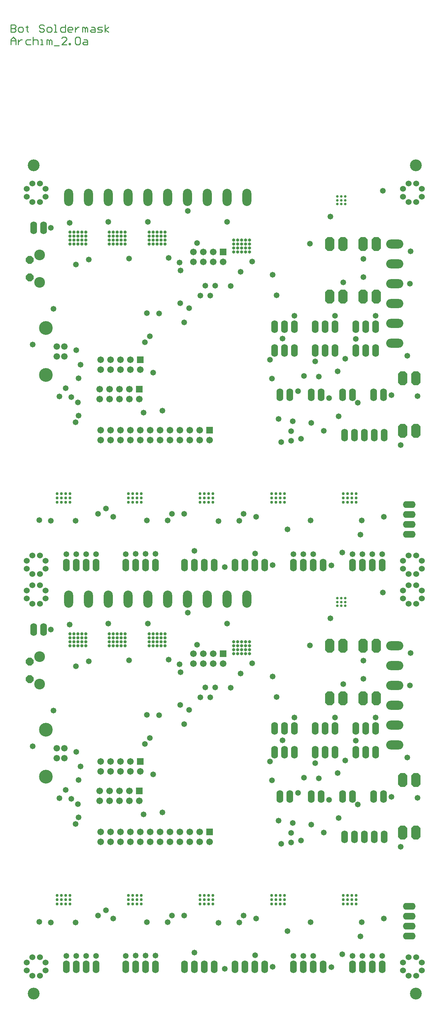
<source format=gbs>
G04 Layer_Color=16711935*
%FSLAX25Y25*%
%MOIN*%
G70*
G01*
G75*
%ADD12C,0.01000*%
%ADD40C,0.06000*%
%ADD107C,0.05800*%
%ADD109C,0.03000*%
G04:AMPARAMS|DCode=223|XSize=118.74mil|YSize=118.74mil|CornerRadius=59.37mil|HoleSize=0mil|Usage=FLASHONLY|Rotation=90.000|XOffset=0mil|YOffset=0mil|HoleType=Round|Shape=RoundedRectangle|*
%AMROUNDEDRECTD223*
21,1,0.11874,0.00000,0,0,90.0*
21,1,0.00000,0.11874,0,0,90.0*
1,1,0.11874,0.00000,0.00000*
1,1,0.11874,0.00000,0.00000*
1,1,0.11874,0.00000,0.00000*
1,1,0.11874,0.00000,0.00000*
%
%ADD223ROUNDEDRECTD223*%
%ADD287C,0.00400*%
%ADD288R,0.06706X0.06706*%
%ADD289C,0.06706*%
%ADD290O,0.06800X0.12800*%
%ADD291O,0.17300X0.09050*%
%ADD292O,0.12800X0.06800*%
G04:AMPARAMS|DCode=293|XSize=141mil|YSize=91mil|CornerRadius=0mil|HoleSize=0mil|Usage=FLASHONLY|Rotation=270.000|XOffset=0mil|YOffset=0mil|HoleType=Round|Shape=Octagon|*
%AMOCTAGOND293*
4,1,8,-0.02275,-0.07050,0.02275,-0.07050,0.04550,-0.04775,0.04550,0.04775,0.02275,0.07050,-0.02275,0.07050,-0.04550,0.04775,-0.04550,-0.04775,-0.02275,-0.07050,0.0*
%
%ADD293OCTAGOND293*%

%ADD294O,0.09050X0.17300*%
%ADD295P,0.08443X8X292.5*%
%ADD296C,0.10800*%
%ADD297C,0.06600*%
%ADD298C,0.13850*%
%ADD299C,0.02600*%
%ADD300C,0.03300*%
G54D12*
X14869Y989837D02*
Y982340D01*
X18618D01*
X19868Y983589D01*
Y984839D01*
X18618Y986089D01*
X14869D01*
X18618D01*
X19868Y987338D01*
Y988588D01*
X18618Y989837D01*
X14869D01*
X23617Y982340D02*
X26116D01*
X27365Y983589D01*
Y986089D01*
X26116Y987338D01*
X23617D01*
X22367Y986089D01*
Y983589D01*
X23617Y982340D01*
X31114Y988588D02*
Y987338D01*
X29865D01*
X32364D01*
X31114D01*
Y983589D01*
X32364Y982340D01*
X48608Y988588D02*
X47359Y989837D01*
X44860D01*
X43610Y988588D01*
Y987338D01*
X44860Y986089D01*
X47359D01*
X48608Y984839D01*
Y983589D01*
X47359Y982340D01*
X44860D01*
X43610Y983589D01*
X52357Y982340D02*
X54856D01*
X56106Y983589D01*
Y986089D01*
X54856Y987338D01*
X52357D01*
X51108Y986089D01*
Y983589D01*
X52357Y982340D01*
X58605D02*
X61105D01*
X59855D01*
Y989837D01*
X58605D01*
X69852D02*
Y982340D01*
X66103D01*
X64853Y983589D01*
Y986089D01*
X66103Y987338D01*
X69852D01*
X76100Y982340D02*
X73601D01*
X72351Y983589D01*
Y986089D01*
X73601Y987338D01*
X76100D01*
X77349Y986089D01*
Y984839D01*
X72351D01*
X79848Y987338D02*
Y982340D01*
Y984839D01*
X81098Y986089D01*
X82348Y987338D01*
X83597D01*
X87346Y982340D02*
Y987338D01*
X88596D01*
X89845Y986089D01*
Y982340D01*
Y986089D01*
X91095Y987338D01*
X92344Y986089D01*
Y982340D01*
X96093Y987338D02*
X98592D01*
X99842Y986089D01*
Y982340D01*
X96093D01*
X94844Y983589D01*
X96093Y984839D01*
X99842D01*
X102341Y982340D02*
X106090D01*
X107340Y983589D01*
X106090Y984839D01*
X103591D01*
X102341Y986089D01*
X103591Y987338D01*
X107340D01*
X109839Y982340D02*
Y989837D01*
Y984839D02*
X113588Y987338D01*
X109839Y984839D02*
X113588Y982340D01*
X14869Y969840D02*
Y974838D01*
X17369Y977337D01*
X19868Y974838D01*
Y969840D01*
Y973589D01*
X14869D01*
X22367Y974838D02*
Y969840D01*
Y972339D01*
X23617Y973589D01*
X24866Y974838D01*
X26116D01*
X34863D02*
X31114D01*
X29865Y973589D01*
Y971089D01*
X31114Y969840D01*
X34863D01*
X37362Y977337D02*
Y969840D01*
Y973589D01*
X38612Y974838D01*
X41111D01*
X42360Y973589D01*
Y969840D01*
X44860D02*
X47359D01*
X46109D01*
Y974838D01*
X44860D01*
X51108Y969840D02*
Y974838D01*
X52357D01*
X53607Y973589D01*
Y969840D01*
Y973589D01*
X54856Y974838D01*
X56106Y973589D01*
Y969840D01*
X58605Y968590D02*
X63604D01*
X71101Y969840D02*
X66103D01*
X71101Y974838D01*
Y976088D01*
X69852Y977337D01*
X67352D01*
X66103Y976088D01*
X73601Y969840D02*
Y971089D01*
X74850D01*
Y969840D01*
X73601D01*
X79848Y976088D02*
X81098Y977337D01*
X83597D01*
X84847Y976088D01*
Y971089D01*
X83597Y969840D01*
X81098D01*
X79848Y971089D01*
Y976088D01*
X88596Y974838D02*
X91095D01*
X92344Y973589D01*
Y969840D01*
X88596D01*
X87346Y971089D01*
X88596Y972339D01*
X92344D01*
G54D40*
X424331Y30945D02*
D03*
X416457D02*
D03*
X410945Y36457D02*
D03*
Y44331D02*
D03*
X416457Y49843D02*
D03*
X424331D02*
D03*
X429843Y44331D02*
D03*
Y36457D02*
D03*
X44331Y30945D02*
D03*
X36457D02*
D03*
X30945Y36457D02*
D03*
Y44331D02*
D03*
X36457Y49843D02*
D03*
X44331D02*
D03*
X49843Y44331D02*
D03*
Y36457D02*
D03*
X424331Y405945D02*
D03*
X416457D02*
D03*
X410945Y411457D02*
D03*
Y419331D02*
D03*
X416457Y424843D02*
D03*
X424331D02*
D03*
X429843Y419331D02*
D03*
Y411457D02*
D03*
X44331Y405945D02*
D03*
X36457D02*
D03*
X30945Y411457D02*
D03*
Y419331D02*
D03*
X36457Y424843D02*
D03*
X44331D02*
D03*
X49843Y419331D02*
D03*
Y411457D02*
D03*
X424331Y435945D02*
D03*
X416457D02*
D03*
X410945Y441457D02*
D03*
Y449331D02*
D03*
X416457Y454843D02*
D03*
X424331D02*
D03*
X429843Y449331D02*
D03*
Y441457D02*
D03*
X44331Y435945D02*
D03*
X36457D02*
D03*
X30945Y441457D02*
D03*
Y449331D02*
D03*
X36457Y454843D02*
D03*
X44331D02*
D03*
X49843Y449331D02*
D03*
Y441457D02*
D03*
X424331Y810945D02*
D03*
X416457D02*
D03*
X410945Y816457D02*
D03*
Y824331D02*
D03*
X416457Y829842D02*
D03*
X424331D02*
D03*
X429843Y824331D02*
D03*
Y816457D02*
D03*
X44331Y810945D02*
D03*
X36457D02*
D03*
X30945Y816457D02*
D03*
Y824331D02*
D03*
X36457Y829842D02*
D03*
X44331D02*
D03*
X49843Y824331D02*
D03*
Y816457D02*
D03*
G54D107*
X301083Y291535D02*
D03*
X276673Y247047D02*
D03*
X342224Y291535D02*
D03*
X322146Y245276D02*
D03*
X383169Y291535D02*
D03*
X363189Y268012D02*
D03*
X359842Y51181D02*
D03*
X289320Y268438D02*
D03*
X57977Y298222D02*
D03*
X80730Y343089D02*
D03*
X93594Y348149D02*
D03*
X134240Y349003D02*
D03*
X174261Y349621D02*
D03*
X185375Y344918D02*
D03*
X186175Y336923D02*
D03*
X152281Y293897D02*
D03*
X164413Y293690D02*
D03*
X202868Y364819D02*
D03*
X236830Y321511D02*
D03*
X185927Y303907D02*
D03*
X194744Y298882D02*
D03*
X155080Y270862D02*
D03*
X150391Y264700D02*
D03*
X85219Y242131D02*
D03*
X70276Y218209D02*
D03*
X63878Y210039D02*
D03*
X80118Y183957D02*
D03*
X82579Y204134D02*
D03*
X83366Y228248D02*
D03*
X158558Y234110D02*
D03*
X278488Y227925D02*
D03*
X310921Y230592D02*
D03*
X325932Y230006D02*
D03*
X345050Y235282D02*
D03*
X352570Y248003D02*
D03*
X399194Y211394D02*
D03*
X83268Y190748D02*
D03*
X75886Y209449D02*
D03*
X167833Y195627D02*
D03*
X148880Y193661D02*
D03*
X304994Y215394D02*
D03*
X336394Y208494D02*
D03*
X365158Y203839D02*
D03*
X297894Y165394D02*
D03*
X318332Y183415D02*
D03*
X299568Y184917D02*
D03*
X297894Y175094D02*
D03*
X307894Y167294D02*
D03*
X345965Y189961D02*
D03*
X249803Y91732D02*
D03*
X262697Y88681D02*
D03*
X294193Y76083D02*
D03*
X317717Y85039D02*
D03*
X177559Y91732D02*
D03*
X190059D02*
D03*
X224705Y84449D02*
D03*
X245571Y84646D02*
D03*
X110925Y96949D02*
D03*
X118307Y88681D02*
D03*
X152165Y85138D02*
D03*
X173130D02*
D03*
X43406Y85532D02*
D03*
X55315Y84842D02*
D03*
X80216Y84547D02*
D03*
X102756Y91831D02*
D03*
X70901Y51149D02*
D03*
X80905Y51120D02*
D03*
X90895Y51100D02*
D03*
X100914Y51134D02*
D03*
X130909Y51162D02*
D03*
X140838Y51252D02*
D03*
X150944Y51241D02*
D03*
X160908Y51227D02*
D03*
X206294Y311694D02*
D03*
X211294Y321694D02*
D03*
X216294Y311694D02*
D03*
X221194Y321694D02*
D03*
X189994Y284694D02*
D03*
X283294Y312154D02*
D03*
X285275Y187397D02*
D03*
X261417Y51772D02*
D03*
X279134Y39961D02*
D03*
X200295Y54528D02*
D03*
X230906Y38091D02*
D03*
X418694Y356494D02*
D03*
X233294Y385994D02*
D03*
X153094D02*
D03*
X113394D02*
D03*
X74394Y384894D02*
D03*
X330906Y175492D02*
D03*
X287894Y163912D02*
D03*
X390501Y417476D02*
D03*
X279194Y332794D02*
D03*
X55294Y379894D02*
D03*
X316794Y363894D02*
D03*
X415094Y251094D02*
D03*
X408699Y161069D02*
D03*
X193494Y396894D02*
D03*
X80807Y256791D02*
D03*
X36770Y262492D02*
D03*
X425494Y210394D02*
D03*
X337494Y391494D02*
D03*
X417794Y323594D02*
D03*
X370794Y330294D02*
D03*
X350594Y324994D02*
D03*
X370794Y348794D02*
D03*
X300390Y50975D02*
D03*
X310394Y51084D02*
D03*
X320387Y51174D02*
D03*
X338583Y39862D02*
D03*
X349508Y52854D02*
D03*
X367913Y70866D02*
D03*
X369390Y84941D02*
D03*
X391634Y88681D02*
D03*
X369907Y51142D02*
D03*
X379891Y51113D02*
D03*
X389896Y51143D02*
D03*
X247036Y335621D02*
D03*
X258414Y346157D02*
D03*
X301083Y696535D02*
D03*
X276673Y652047D02*
D03*
X342224Y696535D02*
D03*
X322146Y650276D02*
D03*
X383169Y696535D02*
D03*
X363189Y673012D02*
D03*
X359842Y456181D02*
D03*
X289320Y673438D02*
D03*
X57977Y703222D02*
D03*
X80730Y748089D02*
D03*
X93594Y753149D02*
D03*
X134240Y754003D02*
D03*
X174261Y754621D02*
D03*
X185375Y749918D02*
D03*
X186175Y741923D02*
D03*
X152281Y698897D02*
D03*
X164413Y698690D02*
D03*
X202868Y769819D02*
D03*
X236830Y726510D02*
D03*
X185927Y708907D02*
D03*
X194744Y703882D02*
D03*
X155080Y675862D02*
D03*
X150391Y669700D02*
D03*
X85219Y647131D02*
D03*
X70276Y623209D02*
D03*
X63878Y615039D02*
D03*
X80118Y588957D02*
D03*
X82579Y609134D02*
D03*
X83366Y633248D02*
D03*
X158558Y639110D02*
D03*
X278488Y632926D02*
D03*
X310921Y635592D02*
D03*
X325932Y635006D02*
D03*
X345050Y640282D02*
D03*
X352570Y653003D02*
D03*
X399194Y616394D02*
D03*
X83268Y595748D02*
D03*
X75886Y614449D02*
D03*
X167833Y600627D02*
D03*
X148880Y598661D02*
D03*
X304994Y620394D02*
D03*
X336394Y613494D02*
D03*
X365158Y608839D02*
D03*
X297894Y570394D02*
D03*
X318332Y588415D02*
D03*
X299568Y589917D02*
D03*
X297894Y580094D02*
D03*
X307894Y572294D02*
D03*
X345965Y594961D02*
D03*
X249803Y496732D02*
D03*
X262697Y493681D02*
D03*
X294193Y481083D02*
D03*
X317717Y490039D02*
D03*
X177559Y496732D02*
D03*
X190059D02*
D03*
X224705Y489449D02*
D03*
X245571Y489646D02*
D03*
X110925Y501949D02*
D03*
X118307Y493681D02*
D03*
X152165Y490138D02*
D03*
X173130D02*
D03*
X43406Y490531D02*
D03*
X55315Y489843D02*
D03*
X80216Y489547D02*
D03*
X102756Y496831D02*
D03*
X70901Y456149D02*
D03*
X80905Y456119D02*
D03*
X90895Y456101D02*
D03*
X100914Y456134D02*
D03*
X130909Y456162D02*
D03*
X140838Y456252D02*
D03*
X150944Y456241D02*
D03*
X160908Y456227D02*
D03*
X206294Y716694D02*
D03*
X211294Y726694D02*
D03*
X216294Y716694D02*
D03*
X221194Y726694D02*
D03*
X189994Y689694D02*
D03*
X283294Y717154D02*
D03*
X285275Y592397D02*
D03*
X261417Y456772D02*
D03*
X279134Y444961D02*
D03*
X200295Y459528D02*
D03*
X230906Y443090D02*
D03*
X418694Y761494D02*
D03*
X233294Y790994D02*
D03*
X153094D02*
D03*
X113394D02*
D03*
X74394Y789894D02*
D03*
X330906Y580492D02*
D03*
X287894Y568912D02*
D03*
X390501Y822476D02*
D03*
X279194Y737794D02*
D03*
X55294Y784894D02*
D03*
X316794Y768894D02*
D03*
X415094Y656094D02*
D03*
X408699Y566069D02*
D03*
X193494Y801894D02*
D03*
X80807Y661791D02*
D03*
X36770Y667492D02*
D03*
X425494Y615394D02*
D03*
X337494Y796494D02*
D03*
X417794Y728594D02*
D03*
X370794Y735294D02*
D03*
X350594Y729994D02*
D03*
X370794Y753794D02*
D03*
X300390Y455975D02*
D03*
X310394Y456084D02*
D03*
X320387Y456174D02*
D03*
X338583Y444862D02*
D03*
X349508Y457854D02*
D03*
X367913Y475866D02*
D03*
X369390Y489941D02*
D03*
X391634Y493681D02*
D03*
X369907Y456142D02*
D03*
X379891Y456113D02*
D03*
X389896Y456143D02*
D03*
X247036Y740621D02*
D03*
X258414Y751157D02*
D03*
G54D109*
X205970Y107658D02*
D03*
Y111988D02*
D03*
X210301Y103327D02*
D03*
Y107658D02*
D03*
Y111988D02*
D03*
X214632Y103327D02*
D03*
Y107658D02*
D03*
Y111988D02*
D03*
X218962Y103327D02*
D03*
Y107658D02*
D03*
Y111988D02*
D03*
X205970Y103327D02*
D03*
X133726Y107658D02*
D03*
Y111988D02*
D03*
X138057Y103327D02*
D03*
Y107658D02*
D03*
Y111988D02*
D03*
X142387Y103327D02*
D03*
Y107658D02*
D03*
Y111988D02*
D03*
X146718Y103327D02*
D03*
Y107658D02*
D03*
Y111988D02*
D03*
X133726Y103327D02*
D03*
X61482Y107658D02*
D03*
Y111988D02*
D03*
X65813Y103327D02*
D03*
Y107658D02*
D03*
Y111988D02*
D03*
X70143Y103327D02*
D03*
Y107658D02*
D03*
Y111988D02*
D03*
X74474Y103327D02*
D03*
Y107658D02*
D03*
Y111988D02*
D03*
X61482Y103327D02*
D03*
X350458Y107658D02*
D03*
Y111988D02*
D03*
X354789Y103327D02*
D03*
Y107658D02*
D03*
Y111988D02*
D03*
X359120Y103327D02*
D03*
Y107658D02*
D03*
Y111988D02*
D03*
X363450Y103327D02*
D03*
Y107658D02*
D03*
Y111988D02*
D03*
X350458Y103327D02*
D03*
X278214Y107658D02*
D03*
Y111988D02*
D03*
X282545Y103327D02*
D03*
Y107658D02*
D03*
Y111988D02*
D03*
X286876Y103327D02*
D03*
Y107658D02*
D03*
Y111988D02*
D03*
X291206Y103327D02*
D03*
Y107658D02*
D03*
Y111988D02*
D03*
X278214Y103327D02*
D03*
X205970Y512658D02*
D03*
Y516988D02*
D03*
X210301Y508327D02*
D03*
Y512658D02*
D03*
Y516988D02*
D03*
X214632Y508327D02*
D03*
Y512658D02*
D03*
Y516988D02*
D03*
X218962Y508327D02*
D03*
Y512658D02*
D03*
Y516988D02*
D03*
X205970Y508327D02*
D03*
X133726Y512658D02*
D03*
Y516988D02*
D03*
X138057Y508327D02*
D03*
Y512658D02*
D03*
Y516988D02*
D03*
X142387Y508327D02*
D03*
Y512658D02*
D03*
Y516988D02*
D03*
X146718Y508327D02*
D03*
Y512658D02*
D03*
Y516988D02*
D03*
X133726Y508327D02*
D03*
X61482Y512658D02*
D03*
Y516988D02*
D03*
X65813Y508327D02*
D03*
Y512658D02*
D03*
Y516988D02*
D03*
X70143Y508327D02*
D03*
Y512658D02*
D03*
Y516988D02*
D03*
X74474Y508327D02*
D03*
Y512658D02*
D03*
Y516988D02*
D03*
X61482Y508327D02*
D03*
X350458Y512658D02*
D03*
Y516988D02*
D03*
X354789Y508327D02*
D03*
Y512658D02*
D03*
Y516988D02*
D03*
X359120Y508327D02*
D03*
Y512658D02*
D03*
Y516988D02*
D03*
X363450Y508327D02*
D03*
Y512658D02*
D03*
Y516988D02*
D03*
X350458Y508327D02*
D03*
X278214Y512658D02*
D03*
Y516988D02*
D03*
X282545Y508327D02*
D03*
Y512658D02*
D03*
Y516988D02*
D03*
X286876Y508327D02*
D03*
Y512658D02*
D03*
Y516988D02*
D03*
X291206Y508327D02*
D03*
Y512658D02*
D03*
Y516988D02*
D03*
X278214Y508327D02*
D03*
G54D223*
X37894Y847974D02*
D03*
X423780D02*
D03*
Y13189D02*
D03*
X37894Y12894D02*
D03*
G54D287*
X38386Y212205D02*
D03*
Y180709D02*
D03*
Y617205D02*
D03*
Y585709D02*
D03*
G54D288*
X145494Y246894D02*
D03*
X144694Y217394D02*
D03*
X215494Y175994D02*
D03*
X229194Y355694D02*
D03*
X145494Y651894D02*
D03*
X144694Y622394D02*
D03*
X215494Y580994D02*
D03*
X229194Y760694D02*
D03*
G54D289*
X145494Y236894D02*
D03*
X135494Y246894D02*
D03*
Y236894D02*
D03*
X125494Y246894D02*
D03*
Y236894D02*
D03*
X115494Y246894D02*
D03*
Y236894D02*
D03*
X105494Y246894D02*
D03*
Y236894D02*
D03*
X144694Y207394D02*
D03*
X134694Y217394D02*
D03*
Y207394D02*
D03*
X124694Y217394D02*
D03*
Y207394D02*
D03*
X114694Y217394D02*
D03*
Y207394D02*
D03*
X104694Y217394D02*
D03*
Y207394D02*
D03*
X105494Y165994D02*
D03*
Y175994D02*
D03*
X115494Y165994D02*
D03*
Y175994D02*
D03*
X125494Y165994D02*
D03*
Y175994D02*
D03*
X135494Y165994D02*
D03*
Y175994D02*
D03*
X145494Y165994D02*
D03*
Y175994D02*
D03*
X155494Y165994D02*
D03*
Y175994D02*
D03*
X165494Y165994D02*
D03*
Y175994D02*
D03*
X175494Y165994D02*
D03*
Y175994D02*
D03*
X185494Y165994D02*
D03*
Y175994D02*
D03*
X195494Y165994D02*
D03*
Y175994D02*
D03*
X205494Y165994D02*
D03*
Y175994D02*
D03*
X215494Y165994D02*
D03*
X229194Y345694D02*
D03*
X219194Y355694D02*
D03*
Y345694D02*
D03*
X209194Y355694D02*
D03*
Y345694D02*
D03*
X199194Y355694D02*
D03*
Y345694D02*
D03*
X145494Y641894D02*
D03*
X135494Y651894D02*
D03*
Y641894D02*
D03*
X125494Y651894D02*
D03*
Y641894D02*
D03*
X115494Y651894D02*
D03*
Y641894D02*
D03*
X105494Y651894D02*
D03*
Y641894D02*
D03*
X144694Y612394D02*
D03*
X134694Y622394D02*
D03*
Y612394D02*
D03*
X124694Y622394D02*
D03*
Y612394D02*
D03*
X114694Y622394D02*
D03*
Y612394D02*
D03*
X104694Y622394D02*
D03*
Y612394D02*
D03*
X105494Y570994D02*
D03*
Y580994D02*
D03*
X115494Y570994D02*
D03*
Y580994D02*
D03*
X125494Y570994D02*
D03*
Y580994D02*
D03*
X135494Y570994D02*
D03*
Y580994D02*
D03*
X145494Y570994D02*
D03*
Y580994D02*
D03*
X155494Y570994D02*
D03*
Y580994D02*
D03*
X165494Y570994D02*
D03*
Y580994D02*
D03*
X175494Y570994D02*
D03*
Y580994D02*
D03*
X185494Y570994D02*
D03*
Y580994D02*
D03*
X195494Y570994D02*
D03*
Y580994D02*
D03*
X205494Y570994D02*
D03*
Y580994D02*
D03*
X215494Y570994D02*
D03*
X229194Y750694D02*
D03*
X219194Y760694D02*
D03*
Y750694D02*
D03*
X209194Y760694D02*
D03*
Y750694D02*
D03*
X199194Y760694D02*
D03*
Y750694D02*
D03*
G54D290*
X391894Y170894D02*
D03*
X351894D02*
D03*
X361894D02*
D03*
X371894D02*
D03*
X381894D02*
D03*
X70894Y39894D02*
D03*
X80894D02*
D03*
X90894D02*
D03*
X100894D02*
D03*
X160894D02*
D03*
X150894D02*
D03*
X140894D02*
D03*
X130894D02*
D03*
X271394D02*
D03*
X261394D02*
D03*
X251394D02*
D03*
X241394D02*
D03*
X220394D02*
D03*
X210394D02*
D03*
X200394D02*
D03*
X190394D02*
D03*
X330394D02*
D03*
X320394D02*
D03*
X310394D02*
D03*
X300394D02*
D03*
X389894D02*
D03*
X379894D02*
D03*
X369894D02*
D03*
X359894D02*
D03*
X281094Y256294D02*
D03*
X291094D02*
D03*
X301094D02*
D03*
X342144D02*
D03*
X332144D02*
D03*
X322144D02*
D03*
X363194D02*
D03*
X373194D02*
D03*
X383194D02*
D03*
X281094Y280294D02*
D03*
X291094D02*
D03*
X301094D02*
D03*
X383194D02*
D03*
X373194D02*
D03*
X363194D02*
D03*
X322144D02*
D03*
X332144D02*
D03*
X342144D02*
D03*
X328394Y211694D02*
D03*
X318394D02*
D03*
X286694D02*
D03*
X296694D02*
D03*
X47794Y379894D02*
D03*
X37794D02*
D03*
X349894Y211694D02*
D03*
X359894D02*
D03*
X391194D02*
D03*
X381194D02*
D03*
X391894Y575894D02*
D03*
X351894D02*
D03*
X361894D02*
D03*
X371894D02*
D03*
X381894D02*
D03*
X70894Y444894D02*
D03*
X80894D02*
D03*
X90894D02*
D03*
X100894D02*
D03*
X160894D02*
D03*
X150894D02*
D03*
X140894D02*
D03*
X130894D02*
D03*
X271394D02*
D03*
X261394D02*
D03*
X251394D02*
D03*
X241394D02*
D03*
X220394D02*
D03*
X210394D02*
D03*
X200394D02*
D03*
X190394D02*
D03*
X330394D02*
D03*
X320394D02*
D03*
X310394D02*
D03*
X300394D02*
D03*
X389894D02*
D03*
X379894D02*
D03*
X369894D02*
D03*
X359894D02*
D03*
X281094Y661294D02*
D03*
X291094D02*
D03*
X301094D02*
D03*
X342144D02*
D03*
X332144D02*
D03*
X322144D02*
D03*
X363194D02*
D03*
X373194D02*
D03*
X383194D02*
D03*
X281094Y685294D02*
D03*
X291094D02*
D03*
X301094D02*
D03*
X383194D02*
D03*
X373194D02*
D03*
X363194D02*
D03*
X322144D02*
D03*
X332144D02*
D03*
X342144D02*
D03*
X328394Y616694D02*
D03*
X318394D02*
D03*
X286694D02*
D03*
X296694D02*
D03*
X47794Y784894D02*
D03*
X37794D02*
D03*
X349894Y616694D02*
D03*
X359894D02*
D03*
X391194D02*
D03*
X381194D02*
D03*
G54D291*
X402457Y343642D02*
D03*
Y363642D02*
D03*
Y323642D02*
D03*
Y303642D02*
D03*
Y283642D02*
D03*
Y263642D02*
D03*
Y748642D02*
D03*
Y768642D02*
D03*
Y728642D02*
D03*
Y708642D02*
D03*
Y688642D02*
D03*
Y668642D02*
D03*
G54D292*
X417194Y70894D02*
D03*
Y80894D02*
D03*
Y90894D02*
D03*
Y100894D02*
D03*
Y475894D02*
D03*
Y485894D02*
D03*
Y495894D02*
D03*
Y505894D02*
D03*
G54D293*
X423826Y175272D02*
D03*
X410426D02*
D03*
Y228272D02*
D03*
X423826D02*
D03*
X370494Y310794D02*
D03*
X383894D02*
D03*
Y363794D02*
D03*
X370494D02*
D03*
X336894Y310794D02*
D03*
X350294D02*
D03*
Y363794D02*
D03*
X336894D02*
D03*
X423826Y580272D02*
D03*
X410426D02*
D03*
Y633272D02*
D03*
X423826D02*
D03*
X370494Y715794D02*
D03*
X383894D02*
D03*
Y768794D02*
D03*
X370494D02*
D03*
X336894Y715794D02*
D03*
X350294D02*
D03*
Y768794D02*
D03*
X336894D02*
D03*
G54D294*
X253394Y410594D02*
D03*
X233394D02*
D03*
X213394D02*
D03*
X193394D02*
D03*
X173394D02*
D03*
X153394D02*
D03*
X133394D02*
D03*
X113394D02*
D03*
X93394D02*
D03*
X73394D02*
D03*
X253394Y815594D02*
D03*
X233394D02*
D03*
X213394D02*
D03*
X193394D02*
D03*
X173394D02*
D03*
X153394D02*
D03*
X133394D02*
D03*
X113394D02*
D03*
X93394D02*
D03*
X73394D02*
D03*
G54D295*
X33994Y347794D02*
D03*
Y329994D02*
D03*
Y752794D02*
D03*
Y734994D02*
D03*
G54D296*
X43794Y352694D02*
D03*
Y325094D02*
D03*
Y757694D02*
D03*
Y730094D02*
D03*
G54D297*
X68994Y250394D02*
D03*
Y260315D02*
D03*
X61094D02*
D03*
Y250394D02*
D03*
X68994Y655394D02*
D03*
Y665315D02*
D03*
X61094D02*
D03*
Y655394D02*
D03*
G54D298*
X50394Y279016D02*
D03*
Y231694D02*
D03*
Y684016D02*
D03*
Y636694D02*
D03*
G54D299*
X348525Y407836D02*
D03*
X352462D02*
D03*
Y403899D02*
D03*
X348525D02*
D03*
X344588D02*
D03*
Y407836D02*
D03*
Y411773D02*
D03*
X348525D02*
D03*
X352462D02*
D03*
X348525Y812836D02*
D03*
X352462D02*
D03*
Y808899D02*
D03*
X348525D02*
D03*
X344588D02*
D03*
Y812836D02*
D03*
Y816773D02*
D03*
X348525D02*
D03*
X352462D02*
D03*
G54D300*
X82543Y371596D02*
D03*
Y375596D02*
D03*
Y367596D02*
D03*
Y363596D02*
D03*
X78543D02*
D03*
X74543D02*
D03*
Y367596D02*
D03*
X78543D02*
D03*
Y371596D02*
D03*
X74543D02*
D03*
Y375596D02*
D03*
X78543D02*
D03*
X86543D02*
D03*
X90543D02*
D03*
Y371596D02*
D03*
X86543D02*
D03*
Y367596D02*
D03*
X90543D02*
D03*
Y363596D02*
D03*
X86543D02*
D03*
X126394D02*
D03*
X130394D02*
D03*
Y367596D02*
D03*
X126394D02*
D03*
Y371596D02*
D03*
X130394D02*
D03*
Y375596D02*
D03*
X126394D02*
D03*
X118394D02*
D03*
X114394D02*
D03*
Y371596D02*
D03*
X118394D02*
D03*
Y367596D02*
D03*
X114394D02*
D03*
Y363596D02*
D03*
X118394D02*
D03*
X122394D02*
D03*
Y367596D02*
D03*
Y375596D02*
D03*
Y371596D02*
D03*
X162494D02*
D03*
Y375596D02*
D03*
Y367596D02*
D03*
Y363596D02*
D03*
X158494D02*
D03*
X154494D02*
D03*
Y367596D02*
D03*
X158494D02*
D03*
Y371596D02*
D03*
X154494D02*
D03*
Y375596D02*
D03*
X158494D02*
D03*
X166494D02*
D03*
X170494D02*
D03*
Y371596D02*
D03*
X166494D02*
D03*
Y367596D02*
D03*
X170494D02*
D03*
Y363596D02*
D03*
X166494D02*
D03*
X252043Y355596D02*
D03*
X256043D02*
D03*
Y359596D02*
D03*
X252043D02*
D03*
Y363596D02*
D03*
X256043D02*
D03*
Y367596D02*
D03*
X252043D02*
D03*
X244043D02*
D03*
X240043D02*
D03*
Y363596D02*
D03*
X244043D02*
D03*
Y359596D02*
D03*
X240043D02*
D03*
Y355596D02*
D03*
X244043D02*
D03*
X248043D02*
D03*
Y359596D02*
D03*
Y367596D02*
D03*
Y363596D02*
D03*
X82543Y776596D02*
D03*
Y780596D02*
D03*
Y772596D02*
D03*
Y768596D02*
D03*
X78543D02*
D03*
X74543D02*
D03*
Y772596D02*
D03*
X78543D02*
D03*
Y776596D02*
D03*
X74543D02*
D03*
Y780596D02*
D03*
X78543D02*
D03*
X86543D02*
D03*
X90543D02*
D03*
Y776596D02*
D03*
X86543D02*
D03*
Y772596D02*
D03*
X90543D02*
D03*
Y768596D02*
D03*
X86543D02*
D03*
X126394D02*
D03*
X130394D02*
D03*
Y772596D02*
D03*
X126394D02*
D03*
Y776596D02*
D03*
X130394D02*
D03*
Y780596D02*
D03*
X126394D02*
D03*
X118394D02*
D03*
X114394D02*
D03*
Y776596D02*
D03*
X118394D02*
D03*
Y772596D02*
D03*
X114394D02*
D03*
Y768596D02*
D03*
X118394D02*
D03*
X122394D02*
D03*
Y772596D02*
D03*
Y780596D02*
D03*
Y776596D02*
D03*
X162494D02*
D03*
Y780596D02*
D03*
Y772596D02*
D03*
Y768596D02*
D03*
X158494D02*
D03*
X154494D02*
D03*
Y772596D02*
D03*
X158494D02*
D03*
Y776596D02*
D03*
X154494D02*
D03*
Y780596D02*
D03*
X158494D02*
D03*
X166494D02*
D03*
X170494D02*
D03*
Y776596D02*
D03*
X166494D02*
D03*
Y772596D02*
D03*
X170494D02*
D03*
Y768596D02*
D03*
X166494D02*
D03*
X252043Y760596D02*
D03*
X256043D02*
D03*
Y764596D02*
D03*
X252043D02*
D03*
Y768596D02*
D03*
X256043D02*
D03*
Y772596D02*
D03*
X252043D02*
D03*
X244043D02*
D03*
X240043D02*
D03*
Y768596D02*
D03*
X244043D02*
D03*
Y764596D02*
D03*
X240043D02*
D03*
Y760596D02*
D03*
X244043D02*
D03*
X248043D02*
D03*
Y764596D02*
D03*
Y772596D02*
D03*
Y768596D02*
D03*
M02*

</source>
